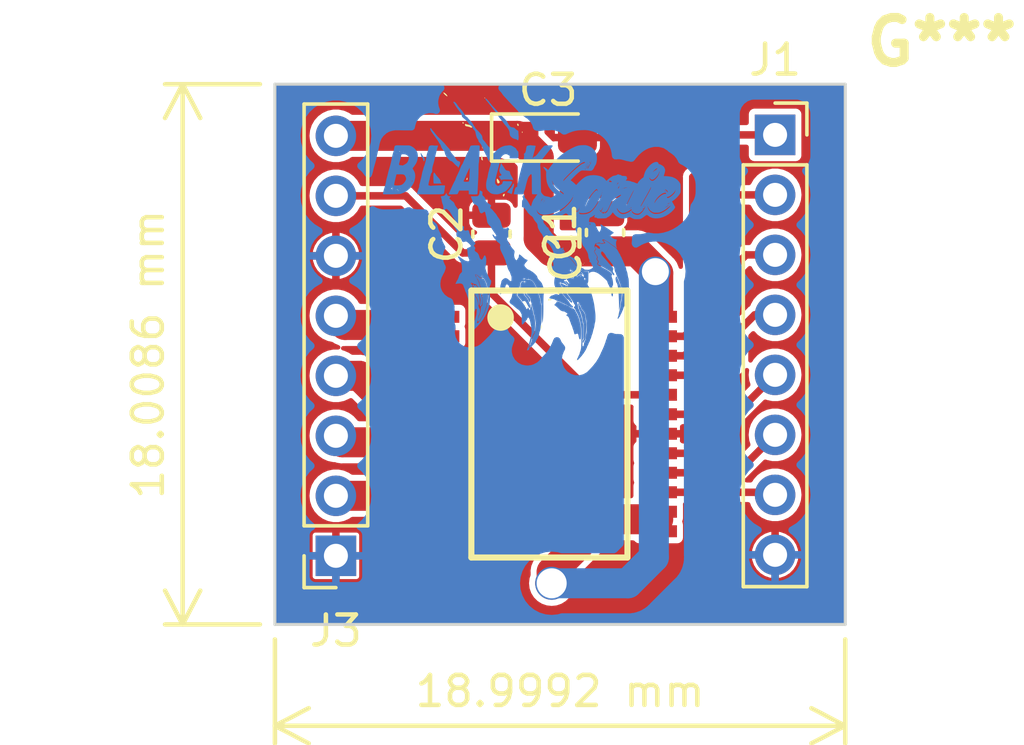
<source format=kicad_pcb>
(kicad_pcb (version 20221018) (generator pcbnew)
  (layers (0 "F.Cu" signal) (31 "B.Cu" signal) (34 "B.Paste" user) (35 "F.Paste" user) (36 "B.SilkS" user "B.Silkscreen") (37 "F.SilkS" user "F.Silkscreen") (38 "B.Mask" user) (39 "F.Mask" user) (44 "Edge.Cuts" user))
  (net 0 "")
  (net 1 "Earth")
  (net 2 "VCC")
  (net 3 "/VM1")
  (net 4 "/A01")
  (net 5 "/A02")
  (net 6 "/B02")
  (net 7 "/B01")
  (net 8 "/PWMB")
  (net 9 "/BIN2")
  (net 10 "/BIN1")
  (net 11 "/STBY")
  (net 12 "/AIN1")
  (net 13 "/AIN2")
  (net 14 "/PWMA")
  (footprint "Capacitor_Tantalum_SMD:CP_EIA-2012-12_Kemet-R_Pad1.30x1.05mm_HandSolder" (layer "F.Cu") (at 144.231 90.424)
    (fp_text reference "C3")
    (fp_text value "10uF")
  )
  (footprint "Capacitor_SMD:C_0504_1310Metric_Pad0.83x1.28mm_HandSolder" (layer "F.Cu") (at 146.1262 93.5915 90)
    (fp_text reference "C1")
    (fp_text value "0.1uF")
  )
  (footprint "EESTN5:Logo black" (layer "F.Cu") (at 143.8402 93.2434)
    (fp_text reference "G***")
    (fp_text value "LOGO" hide)
  )
  (footprint "Connector_PinSocket_2.00mm:PinSocket_1x08_P2.00mm_Vertical" (layer "F.Cu") (at 151.7904 90.3356)
    (fp_text reference "J1")
    (fp_text value "HEADER_8")
  )
  (footprint "Connector_PinSocket_2.00mm:PinSocket_1x08_P2.00mm_Vertical" (layer "F.Cu") (at 137.16 104.3676 180)
    (fp_text reference "J3")
    (fp_text value "HEADER_8")
  )
  (footprint "EESTN5:SSOP24" (layer "F.Cu") (at 144.272 99.9744 -90)
    (fp_text reference "IC1")
    (fp_text value "TB6612FNG")
  )
  (footprint "Capacitor_SMD:C_0504_1310Metric_Pad0.83x1.28mm_HandSolder" (layer "F.Cu") (at 142.3416 93.6423 90)
    (fp_text reference "C2")
    (fp_text value "0.1uF")
  )
  (gr_line (start 154.1272 106.6546) (end 135.128 106.6546) (stroke (width 0.1)) (layer "Edge.Cuts"))
  (gr_line (start 154.1272 88.646) (end 154.1272 106.6546) (stroke (width 0.1)) (layer "Edge.Cuts"))
  (gr_line (start 135.128 88.646) (end 154.1272 88.646) (stroke (width 0.1)) (layer "Edge.Cuts"))
  (gr_line (start 135.128 106.6546) (end 135.128 88.646) (stroke (width 0.1)) (layer "Edge.Cuts"))
  (dimension (type aligned) (layer "F.SilkS") (pts (xy 135.128 106.6546) (xy 154.1272 106.6546)) (height 3.3782) (gr_text "18,9992 mm" (at 144.6276 108.8828) (layer "F.SilkS") (effects (font (size 1 1) (thickness 0.15)))) (format (prefix "") (suffix "") (units 3) (units_format 1) (precision 4)) (style (thickness 0.15) (arrow_length 1.27) (text_position_mode 0) (extension_height 0.58642) (extension_offset 0.5) keep_text_aligned))
  (dimension (type aligned) (layer "F.SilkS") (pts (xy 135.128 88.646) (xy 135.128 106.6546)) (height 3.0734) (gr_text "18,0086 mm" (at 130.9046 97.6503 90) (layer "F.SilkS") (effects (font (size 1 1) (thickness 0.15)))) (format (prefix "") (suffix "") (units 3) (units_format 1) (precision 4)) (style (thickness 0.15) (arrow_length 1.27) (text_position_mode 0) (extension_height 0.58642) (extension_offset 0.5) keep_text_aligned))
  (segment (start 140.3858 101.8794) (end 142.367 101.8794) (width 1) (layer "F.Cu") (net 1))
  (segment (start 140.2588 98.044) (end 142.24 98.044) (width 1) (layer "F.Cu") (net 1))
  (segment (start 137.16 92.3676) (end 139.4846 92.3676) (width 0.25) (layer "F.Cu") (net 2))
  (segment (start 142.3416 95.6056) (end 145.7354 98.9994) (width 0.25) (layer "F.Cu") (net 2))
  (segment (start 142.3416 94.2698) (end 142.3416 95.6056) (width 0.25) (layer "F.Cu") (net 2))
  (segment (start 139.4846 92.3676) (end 141.3868 94.2698) (width 0.25) (layer "F.Cu") (net 2))
  (segment (start 141.3868 94.2698) (end 142.3416 94.2698) (width 0.25) (layer "F.Cu") (net 2))
  (segment (start 145.7354 98.9994) (end 147.897 98.9994) (width 0.25) (layer "F.Cu") (net 2))
  (segment (start 144.3482 104.902) (end 146.1008 103.1494) (width 1) (layer "F.Cu") (net 3))
  (segment (start 143.9164 93.8022) (end 144.3332 94.219) (width 1) (layer "F.Cu") (net 3))
  (segment (start 147.8026 94.8944) (end 147.8534 94.8944) (width 1) (layer "F.Cu") (net 3))
  (segment (start 137.16 90.3676) (end 143.1996 90.3676) (width 1) (layer "F.Cu") (net 3))
  (segment (start 147.8534 94.8944) (end 147.897 94.938) (width 1) (layer "F.Cu") (net 3))
  (segment (start 143.9164 91.0844) (end 143.9164 93.8022) (width 1) (layer "F.Cu") (net 3))
  (segment (start 147.178 94.219) (end 147.8026 94.8436) (width 1) (layer "F.Cu") (net 3))
  (segment (start 146.1262 94.219) (end 147.178 94.219) (width 1) (layer "F.Cu") (net 3))
  (segment (start 144.3332 94.219) (end 146.1262 94.219) (width 1) (layer "F.Cu") (net 3))
  (segment (start 146.1008 103.1494) (end 147.897 103.1494) (width 1) (layer "F.Cu") (net 3))
  (segment (start 143.256 90.424) (end 143.9164 91.0844) (width 1) (layer "F.Cu") (net 3))
  (segment (start 147.8026 94.8436) (end 147.8026 94.8944) (width 1) (layer "F.Cu") (net 3))
  (segment (start 144.3482 105.283) (end 144.3482 104.902) (width 1) (layer "F.Cu") (net 3))
  (segment (start 147.897 94.938) (end 147.897 96.1494) (width 1) (layer "F.Cu") (net 3))
  (segment (start 143.1996 90.3676) (end 143.256 90.424) (width 1) (layer "F.Cu") (net 3))
  (via (at 144.3482 105.283) (size 1.1) (drill 1) (layers "F.Cu" "B.Cu") (net 3))
  (via (at 147.8026 94.8944) (size 1) (drill 0.9) (layers "F.Cu" "B.Cu") (net 3))
  (segment (start 147.8026 94.8944) (end 147.7518 94.9452) (width 1) (layer "B.Cu") (net 3))
  (segment (start 146.8882 105.283) (end 144.3482 105.283) (width 1) (layer "B.Cu") (net 3))
  (segment (start 147.7518 94.9452) (end 147.7518 104.4194) (width 1) (layer "B.Cu") (net 3))
  (segment (start 147.7518 104.4194) (end 146.8882 105.283) (width 1) (layer "B.Cu") (net 3))
  (segment (start 140.52 96.6724) (end 140.647 96.7994) (width 1) (layer "F.Cu") (net 4))
  (segment (start 137.4648 96.6724) (end 140.52 96.6724) (width 1) (layer "F.Cu") (net 4))
  (segment (start 137.16 96.3676) (end 137.4648 96.6724) (width 1) (layer "F.Cu") (net 4))
  (segment (start 138.938 99.3648) (end 140.9192 99.3648) (width 1) (layer "F.Cu") (net 5))
  (segment (start 137.16 98.3676) (end 137.9408 98.3676) (width 1) (layer "F.Cu") (net 5))
  (segment (start 137.9408 98.3676) (end 138.938 99.3648) (width 1) (layer "F.Cu") (net 5))
  (segment (start 137.16 100.3676) (end 137.3764 100.584) (width 1) (layer "F.Cu") (net 6))
  (segment (start 137.3764 100.584) (end 140.8684 100.584) (width 1) (layer "F.Cu") (net 6))
  (segment (start 137.16 102.3676) (end 138.5402 102.3676) (width 1) (layer "F.Cu") (net 7))
  (segment (start 138.5402 102.3676) (end 139.3982 103.2256) (width 1) (layer "F.Cu") (net 7))
  (segment (start 139.3982 103.2256) (end 141.0716 103.2256) (width 1) (layer "F.Cu") (net 7))
  (segment (start 147.897 102.2494) (end 151.7042 102.2494) (width 0.25) (layer "F.Cu") (net 8))
  (segment (start 151.7042 102.2494) (end 151.7904 102.3356) (width 0.25) (layer "F.Cu") (net 8))
  (segment (start 147.897 101.5994) (end 150.5266 101.5994) (width 0.25) (layer "F.Cu") (net 9))
  (segment (start 150.5266 101.5994) (end 151.7904 100.3356) (width 0.25) (layer "F.Cu") (net 9))
  (segment (start 149.1766 100.9494) (end 151.7904 98.3356) (width 0.25) (layer "F.Cu") (net 10))
  (segment (start 147.897 100.9494) (end 149.1766 100.9494) (width 0.25) (layer "F.Cu") (net 10))
  (segment (start 150.5712 96.8756) (end 151.1112 96.3356) (width 0.25) (layer "F.Cu") (net 11))
  (segment (start 150.5712 97.8916) (end 150.5712 96.8756) (width 0.25) (layer "F.Cu") (net 11))
  (segment (start 151.1112 96.3356) (end 151.7904 96.3356) (width 0.25) (layer "F.Cu") (net 11))
  (segment (start 147.897 99.6494) (end 148.8134 99.6494) (width 0.25) (layer "F.Cu") (net 11))
  (segment (start 148.8134 99.6494) (end 150.5712 97.8916) (width 0.25) (layer "F.Cu") (net 11))
  (segment (start 148.8434 98.3494) (end 147.897 98.3494) (width 0.25) (layer "F.Cu") (net 12))
  (segment (start 150.0632 97.1296) (end 148.8434 98.3494) (width 0.25) (layer "F.Cu") (net 12))
  (segment (start 150.0632 95.0976) (end 150.0632 97.1296) (width 0.25) (layer "F.Cu") (net 12))
  (segment (start 150.8252 94.3356) (end 150.0632 95.0976) (width 0.25) (layer "F.Cu") (net 12))
  (segment (start 151.7904 94.3356) (end 150.8252 94.3356) (width 0.25) (layer "F.Cu") (net 12))
  (segment (start 147.897 97.6994) (end 148.772 97.6994) (width 0.25) (layer "F.Cu") (net 13))
  (segment (start 150.336 92.3356) (end 151.7904 92.3356) (width 0.25) (layer "F.Cu") (net 13))
  (segment (start 149.5552 93.1164) (end 150.336 92.3356) (width 0.25) (layer "F.Cu") (net 13))
  (segment (start 149.5552 96.9162) (end 149.5552 93.1164) (width 0.25) (layer "F.Cu") (net 13))
  (segment (start 148.772 97.6994) (end 149.5552 96.9162) (width 0.25) (layer "F.Cu") (net 13))
  (segment (start 147.897 97.0494) (end 148.772 97.0494) (width 0.25) (layer "F.Cu") (net 14))
  (segment (start 150.4564 90.3356) (end 151.7904 90.3356) (width 0.25) (layer "F.Cu") (net 14))
  (segment (start 149.0472 96.7742) (end 149.0472 91.7448) (width 0.25) (layer "F.Cu") (net 14))
  (segment (start 149.0472 91.7448) (end 150.4564 90.3356) (width 0.25) (layer "F.Cu") (net 14))
  (segment (start 148.772 97.0494) (end 149.0472 96.7742) (width 0.25) (layer "F.Cu") (net 14))
  (zone (net 1) (net_name "Earth") (layer "F.Cu") (connect_pads (clearance 0.2)) (min_thickness 0.15) (fill yes (thermal_gap 0.1) (thermal_bridge_width 0.25))
    (polygon (pts (xy 135.128 88.646) (xy 154.1272 88.646) (xy 154.1272 106.6546) (xy 135.128 106.6546)))
  )
  (zone (net 1) (net_name "Earth") (layer "B.Cu") (priority 1) (connect_pads (clearance 0.5)) (min_thickness 0.25) (fill yes (thermal_gap 0.2) (thermal_bridge_width 0.25))
    (polygon (pts (xy 135.128 88.646) (xy 154.1272 88.646) (xy 154.1272 106.6546) (xy 135.128 106.6546)))
  )
)
</source>
